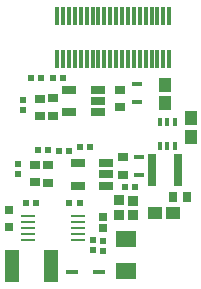
<source format=gbp>
G04*
G04 #@! TF.GenerationSoftware,Altium Limited,Altium Designer,23.3.1 (30)*
G04*
G04 Layer_Color=128*
%FSLAX44Y44*%
%MOMM*%
G71*
G04*
G04 #@! TF.SameCoordinates,09AA13D2-A833-43CB-9613-60E66F18C171*
G04*
G04*
G04 #@! TF.FilePolarity,Positive*
G04*
G01*
G75*
%ADD22R,0.9000X0.8000*%
%ADD23R,0.8500X0.4500*%
%ADD24R,0.6000X0.5500*%
%ADD48R,0.5500X0.6000*%
%ADD49R,1.3000X0.7000*%
%ADD50R,0.8000X2.7000*%
%ADD51R,1.0121X1.2084*%
G04:AMPARAMS|DCode=52|XSize=0.4mm|YSize=0.65mm|CornerRadius=0.05mm|HoleSize=0mm|Usage=FLASHONLY|Rotation=180.000|XOffset=0mm|YOffset=0mm|HoleType=Round|Shape=RoundedRectangle|*
%AMROUNDEDRECTD52*
21,1,0.4000,0.5500,0,0,180.0*
21,1,0.3000,0.6500,0,0,180.0*
1,1,0.1000,-0.1500,0.2750*
1,1,0.1000,0.1500,0.2750*
1,1,0.1000,0.1500,-0.2750*
1,1,0.1000,-0.1500,-0.2750*
%
%ADD52ROUNDEDRECTD52*%
%ADD53R,1.3061X1.0582*%
%ADD54R,0.7500X0.9000*%
%ADD55R,0.9062X0.9051*%
%ADD56R,1.7582X1.3555*%
%ADD57O,1.3500X0.2500*%
%ADD58R,0.5500X0.5500*%
%ADD59R,1.1500X2.7000*%
%ADD60R,1.1064X0.4156*%
%ADD61R,0.5200X0.5200*%
%ADD62R,0.7500X0.8000*%
%ADD63R,0.6500X0.6500*%
%ADD64R,0.3000X1.5000*%
D22*
X35500Y161750D02*
D03*
Y146750D02*
D03*
X46750Y162000D02*
D03*
Y147000D02*
D03*
X103500Y154500D02*
D03*
Y169500D02*
D03*
X42000Y90750D02*
D03*
Y105750D02*
D03*
X31000Y91000D02*
D03*
Y106000D02*
D03*
X106000Y112250D02*
D03*
Y97250D02*
D03*
D23*
X117500Y174000D02*
D03*
Y159000D02*
D03*
X119000Y97250D02*
D03*
Y112250D02*
D03*
D24*
X115750Y87000D02*
D03*
X107250D02*
D03*
X54750Y179250D02*
D03*
X46250D02*
D03*
X36750D02*
D03*
X28250D02*
D03*
X77750Y120750D02*
D03*
X69250D02*
D03*
X33750Y118000D02*
D03*
X42250D02*
D03*
X51250Y117750D02*
D03*
X59750D02*
D03*
D48*
X16750Y106750D02*
D03*
Y98250D02*
D03*
X21500Y161000D02*
D03*
Y152500D02*
D03*
X89000Y32750D02*
D03*
Y41250D02*
D03*
D49*
X84500Y150250D02*
D03*
X91500Y88250D02*
D03*
Y107250D02*
D03*
Y97750D02*
D03*
X67500Y88250D02*
D03*
Y107250D02*
D03*
X84500Y169250D02*
D03*
Y159750D02*
D03*
X60500Y150250D02*
D03*
Y169250D02*
D03*
D50*
X130500Y101000D02*
D03*
X152500D02*
D03*
D51*
X141500Y157750D02*
D03*
Y173787D02*
D03*
X163250Y129750D02*
D03*
Y145787D02*
D03*
D52*
X136750Y142250D02*
D03*
X143250D02*
D03*
X149750D02*
D03*
Y121750D02*
D03*
X143250D02*
D03*
X136750D02*
D03*
D53*
X132739Y64750D02*
D03*
X148261D02*
D03*
D54*
X148250Y78250D02*
D03*
X160250D02*
D03*
D55*
X102250Y63744D02*
D03*
Y75756D02*
D03*
X114250Y63244D02*
D03*
Y75256D02*
D03*
D56*
X108250Y42764D02*
D03*
Y15736D02*
D03*
D57*
X67500Y62250D02*
D03*
Y57250D02*
D03*
Y52250D02*
D03*
Y47250D02*
D03*
Y42250D02*
D03*
X25500Y62250D02*
D03*
Y57250D02*
D03*
Y52250D02*
D03*
Y47250D02*
D03*
Y42250D02*
D03*
D58*
X32500Y73500D02*
D03*
X23500D02*
D03*
X60250Y73250D02*
D03*
X69250D02*
D03*
D59*
X12250Y20000D02*
D03*
X44750D02*
D03*
D60*
X62820Y14750D02*
D03*
X85680D02*
D03*
D61*
X80250Y33750D02*
D03*
Y41750D02*
D03*
D62*
X9500Y52750D02*
D03*
Y67750D02*
D03*
D63*
X88500Y52000D02*
D03*
Y62000D02*
D03*
D64*
X50000Y195000D02*
D03*
Y232000D02*
D03*
X55000Y195000D02*
D03*
Y232000D02*
D03*
X60000Y195000D02*
D03*
Y232000D02*
D03*
X65000Y195000D02*
D03*
Y232000D02*
D03*
X70000Y195000D02*
D03*
Y232000D02*
D03*
X75000Y195000D02*
D03*
Y232000D02*
D03*
X80000Y195000D02*
D03*
Y232000D02*
D03*
X85000Y195000D02*
D03*
Y232000D02*
D03*
X90000Y195000D02*
D03*
Y232000D02*
D03*
X95000Y195000D02*
D03*
Y232000D02*
D03*
X100000Y195000D02*
D03*
Y232000D02*
D03*
X105000Y195000D02*
D03*
Y232000D02*
D03*
X110000Y195000D02*
D03*
Y232000D02*
D03*
X115000Y195000D02*
D03*
Y232000D02*
D03*
X120000Y195000D02*
D03*
Y232000D02*
D03*
X125000Y195000D02*
D03*
Y232000D02*
D03*
X130000Y195000D02*
D03*
Y232000D02*
D03*
X135000Y195000D02*
D03*
Y232000D02*
D03*
X140000Y195000D02*
D03*
Y232000D02*
D03*
X145000Y195000D02*
D03*
Y232000D02*
D03*
M02*

</source>
